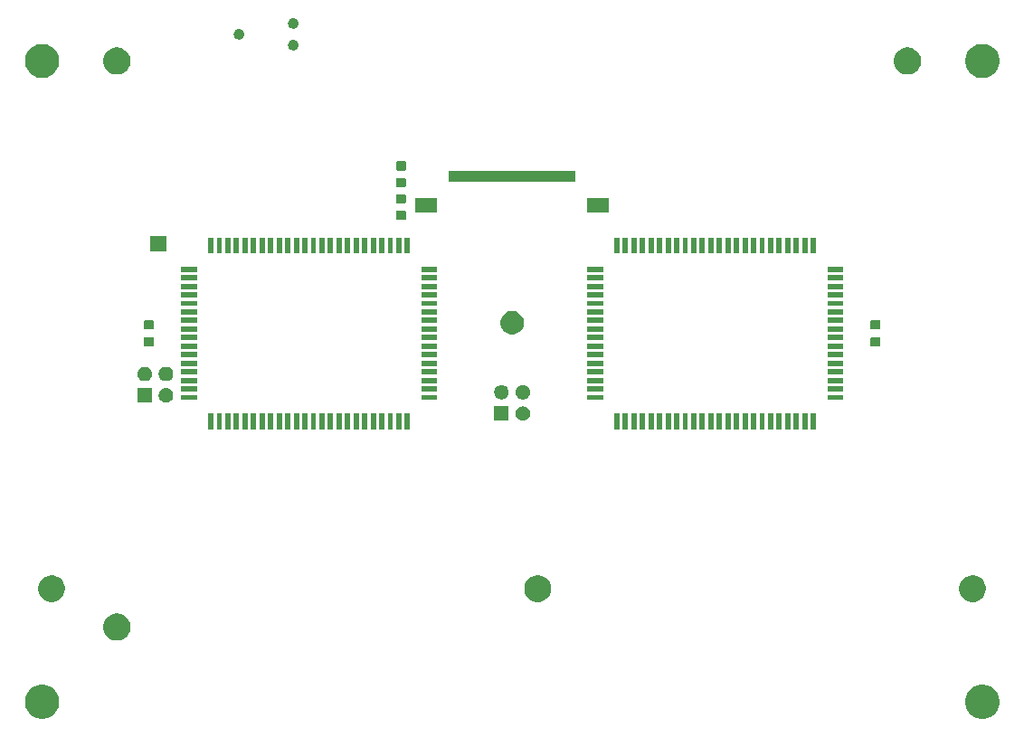
<source format=gbr>
G04 #@! TF.GenerationSoftware,KiCad,Pcbnew,5.1.5+dfsg1-2build2*
G04 #@! TF.CreationDate,2022-02-17T14:46:20+01:00*
G04 #@! TF.ProjectId,ModulAdapter_universal,4d6f6475-6c41-4646-9170-7465725f756e,rev?*
G04 #@! TF.SameCoordinates,Original*
G04 #@! TF.FileFunction,Soldermask,Bot*
G04 #@! TF.FilePolarity,Negative*
%FSLAX46Y46*%
G04 Gerber Fmt 4.6, Leading zero omitted, Abs format (unit mm)*
G04 Created by KiCad (PCBNEW 5.1.5+dfsg1-2build2) date 2022-02-17 14:46:20*
%MOMM*%
%LPD*%
G04 APERTURE LIST*
%ADD10C,0.100000*%
G04 APERTURE END LIST*
D10*
G36*
X144466703Y-132461486D02*
G01*
X144757883Y-132582097D01*
X145019940Y-132757198D01*
X145242802Y-132980060D01*
X145417903Y-133242117D01*
X145538514Y-133533297D01*
X145600000Y-133842412D01*
X145600000Y-134157588D01*
X145538514Y-134466703D01*
X145417903Y-134757883D01*
X145242802Y-135019940D01*
X145019940Y-135242802D01*
X144757883Y-135417903D01*
X144466703Y-135538514D01*
X144157588Y-135600000D01*
X143842412Y-135600000D01*
X143533297Y-135538514D01*
X143242117Y-135417903D01*
X142980060Y-135242802D01*
X142757198Y-135019940D01*
X142582097Y-134757883D01*
X142461486Y-134466703D01*
X142400000Y-134157588D01*
X142400000Y-133842412D01*
X142461486Y-133533297D01*
X142582097Y-133242117D01*
X142757198Y-132980060D01*
X142980060Y-132757198D01*
X143242117Y-132582097D01*
X143533297Y-132461486D01*
X143842412Y-132400000D01*
X144157588Y-132400000D01*
X144466703Y-132461486D01*
G37*
G36*
X56466703Y-132461486D02*
G01*
X56757883Y-132582097D01*
X57019940Y-132757198D01*
X57242802Y-132980060D01*
X57417903Y-133242117D01*
X57538514Y-133533297D01*
X57600000Y-133842412D01*
X57600000Y-134157588D01*
X57538514Y-134466703D01*
X57417903Y-134757883D01*
X57242802Y-135019940D01*
X57019940Y-135242802D01*
X56757883Y-135417903D01*
X56466703Y-135538514D01*
X56157588Y-135600000D01*
X55842412Y-135600000D01*
X55533297Y-135538514D01*
X55242117Y-135417903D01*
X54980060Y-135242802D01*
X54757198Y-135019940D01*
X54582097Y-134757883D01*
X54461486Y-134466703D01*
X54400000Y-134157588D01*
X54400000Y-133842412D01*
X54461486Y-133533297D01*
X54582097Y-133242117D01*
X54757198Y-132980060D01*
X54980060Y-132757198D01*
X55242117Y-132582097D01*
X55533297Y-132461486D01*
X55842412Y-132400000D01*
X56157588Y-132400000D01*
X56466703Y-132461486D01*
G37*
G36*
X63247764Y-125754402D02*
G01*
X63370445Y-125778805D01*
X63601571Y-125874541D01*
X63809578Y-126013527D01*
X63986473Y-126190422D01*
X64125459Y-126398429D01*
X64221195Y-126629555D01*
X64270000Y-126874916D01*
X64270000Y-127125084D01*
X64221195Y-127370445D01*
X64125459Y-127601571D01*
X63986473Y-127809578D01*
X63809578Y-127986473D01*
X63601571Y-128125459D01*
X63370445Y-128221195D01*
X63247764Y-128245598D01*
X63125085Y-128270000D01*
X62874915Y-128270000D01*
X62752236Y-128245598D01*
X62629555Y-128221195D01*
X62398429Y-128125459D01*
X62190422Y-127986473D01*
X62013527Y-127809578D01*
X61874541Y-127601571D01*
X61778805Y-127370445D01*
X61730000Y-127125084D01*
X61730000Y-126874916D01*
X61778805Y-126629555D01*
X61874541Y-126398429D01*
X62013527Y-126190422D01*
X62190422Y-126013527D01*
X62398429Y-125874541D01*
X62629555Y-125778805D01*
X62752236Y-125754402D01*
X62874915Y-125730000D01*
X63125085Y-125730000D01*
X63247764Y-125754402D01*
G37*
G36*
X57264610Y-122198036D02*
G01*
X57492095Y-122292264D01*
X57492097Y-122292265D01*
X57696828Y-122429062D01*
X57870938Y-122603172D01*
X58007736Y-122807905D01*
X58101964Y-123035390D01*
X58150000Y-123276884D01*
X58150000Y-123523116D01*
X58101964Y-123764610D01*
X58007736Y-123992095D01*
X58007735Y-123992097D01*
X57870938Y-124196828D01*
X57696828Y-124370938D01*
X57492097Y-124507735D01*
X57492096Y-124507736D01*
X57492095Y-124507736D01*
X57264610Y-124601964D01*
X57023116Y-124650000D01*
X56776884Y-124650000D01*
X56535390Y-124601964D01*
X56307905Y-124507736D01*
X56307904Y-124507736D01*
X56307903Y-124507735D01*
X56103172Y-124370938D01*
X55929062Y-124196828D01*
X55792265Y-123992097D01*
X55792264Y-123992095D01*
X55698036Y-123764610D01*
X55650000Y-123523116D01*
X55650000Y-123276884D01*
X55698036Y-123035390D01*
X55792264Y-122807905D01*
X55929062Y-122603172D01*
X56103172Y-122429062D01*
X56307903Y-122292265D01*
X56307905Y-122292264D01*
X56535390Y-122198036D01*
X56776884Y-122150000D01*
X57023116Y-122150000D01*
X57264610Y-122198036D01*
G37*
G36*
X102764610Y-122198036D02*
G01*
X102992095Y-122292264D01*
X102992097Y-122292265D01*
X103196828Y-122429062D01*
X103370938Y-122603172D01*
X103507736Y-122807905D01*
X103601964Y-123035390D01*
X103650000Y-123276884D01*
X103650000Y-123523116D01*
X103601964Y-123764610D01*
X103507736Y-123992095D01*
X103507735Y-123992097D01*
X103370938Y-124196828D01*
X103196828Y-124370938D01*
X102992097Y-124507735D01*
X102992096Y-124507736D01*
X102992095Y-124507736D01*
X102764610Y-124601964D01*
X102523116Y-124650000D01*
X102276884Y-124650000D01*
X102035390Y-124601964D01*
X101807905Y-124507736D01*
X101807904Y-124507736D01*
X101807903Y-124507735D01*
X101603172Y-124370938D01*
X101429062Y-124196828D01*
X101292265Y-123992097D01*
X101292264Y-123992095D01*
X101198036Y-123764610D01*
X101150000Y-123523116D01*
X101150000Y-123276884D01*
X101198036Y-123035390D01*
X101292264Y-122807905D01*
X101429062Y-122603172D01*
X101603172Y-122429062D01*
X101807903Y-122292265D01*
X101807905Y-122292264D01*
X102035390Y-122198036D01*
X102276884Y-122150000D01*
X102523116Y-122150000D01*
X102764610Y-122198036D01*
G37*
G36*
X143464610Y-122198036D02*
G01*
X143692095Y-122292264D01*
X143692097Y-122292265D01*
X143896828Y-122429062D01*
X144070938Y-122603172D01*
X144207736Y-122807905D01*
X144301964Y-123035390D01*
X144350000Y-123276884D01*
X144350000Y-123523116D01*
X144301964Y-123764610D01*
X144207736Y-123992095D01*
X144207735Y-123992097D01*
X144070938Y-124196828D01*
X143896828Y-124370938D01*
X143692097Y-124507735D01*
X143692096Y-124507736D01*
X143692095Y-124507736D01*
X143464610Y-124601964D01*
X143223116Y-124650000D01*
X142976884Y-124650000D01*
X142735390Y-124601964D01*
X142507905Y-124507736D01*
X142507904Y-124507736D01*
X142507903Y-124507735D01*
X142303172Y-124370938D01*
X142129062Y-124196828D01*
X141992265Y-123992097D01*
X141992264Y-123992095D01*
X141898036Y-123764610D01*
X141850000Y-123523116D01*
X141850000Y-123276884D01*
X141898036Y-123035390D01*
X141992264Y-122807905D01*
X142129062Y-122603172D01*
X142303172Y-122429062D01*
X142507903Y-122292265D01*
X142507905Y-122292264D01*
X142735390Y-122198036D01*
X142976884Y-122150000D01*
X143223116Y-122150000D01*
X143464610Y-122198036D01*
G37*
G36*
X113250000Y-108480000D02*
G01*
X112750000Y-108480000D01*
X112750000Y-107000000D01*
X113250000Y-107000000D01*
X113250000Y-108480000D01*
G37*
G36*
X86450000Y-108480000D02*
G01*
X85950000Y-108480000D01*
X85950000Y-107000000D01*
X86450000Y-107000000D01*
X86450000Y-108480000D01*
G37*
G36*
X112450000Y-108480000D02*
G01*
X111950000Y-108480000D01*
X111950000Y-107000000D01*
X112450000Y-107000000D01*
X112450000Y-108480000D01*
G37*
G36*
X111650000Y-108480000D02*
G01*
X111150000Y-108480000D01*
X111150000Y-107000000D01*
X111650000Y-107000000D01*
X111650000Y-108480000D01*
G37*
G36*
X110850000Y-108480000D02*
G01*
X110350000Y-108480000D01*
X110350000Y-107000000D01*
X110850000Y-107000000D01*
X110850000Y-108480000D01*
G37*
G36*
X110050000Y-108480000D02*
G01*
X109550000Y-108480000D01*
X109550000Y-107000000D01*
X110050000Y-107000000D01*
X110050000Y-108480000D01*
G37*
G36*
X90450000Y-108480000D02*
G01*
X89950000Y-108480000D01*
X89950000Y-107000000D01*
X90450000Y-107000000D01*
X90450000Y-108480000D01*
G37*
G36*
X89650000Y-108480000D02*
G01*
X89150000Y-108480000D01*
X89150000Y-107000000D01*
X89650000Y-107000000D01*
X89650000Y-108480000D01*
G37*
G36*
X88850000Y-108480000D02*
G01*
X88350000Y-108480000D01*
X88350000Y-107000000D01*
X88850000Y-107000000D01*
X88850000Y-108480000D01*
G37*
G36*
X88050000Y-108480000D02*
G01*
X87550000Y-108480000D01*
X87550000Y-107000000D01*
X88050000Y-107000000D01*
X88050000Y-108480000D01*
G37*
G36*
X87250000Y-108480000D02*
G01*
X86750000Y-108480000D01*
X86750000Y-107000000D01*
X87250000Y-107000000D01*
X87250000Y-108480000D01*
G37*
G36*
X120450000Y-108480000D02*
G01*
X119950000Y-108480000D01*
X119950000Y-107000000D01*
X120450000Y-107000000D01*
X120450000Y-108480000D01*
G37*
G36*
X124450000Y-108480000D02*
G01*
X123950000Y-108480000D01*
X123950000Y-107000000D01*
X124450000Y-107000000D01*
X124450000Y-108480000D01*
G37*
G36*
X114850000Y-108480000D02*
G01*
X114350000Y-108480000D01*
X114350000Y-107000000D01*
X114850000Y-107000000D01*
X114850000Y-108480000D01*
G37*
G36*
X115650000Y-108480000D02*
G01*
X115150000Y-108480000D01*
X115150000Y-107000000D01*
X115650000Y-107000000D01*
X115650000Y-108480000D01*
G37*
G36*
X116450000Y-108480000D02*
G01*
X115950000Y-108480000D01*
X115950000Y-107000000D01*
X116450000Y-107000000D01*
X116450000Y-108480000D01*
G37*
G36*
X117250000Y-108480000D02*
G01*
X116750000Y-108480000D01*
X116750000Y-107000000D01*
X117250000Y-107000000D01*
X117250000Y-108480000D01*
G37*
G36*
X118050000Y-108480000D02*
G01*
X117550000Y-108480000D01*
X117550000Y-107000000D01*
X118050000Y-107000000D01*
X118050000Y-108480000D01*
G37*
G36*
X118850000Y-108480000D02*
G01*
X118350000Y-108480000D01*
X118350000Y-107000000D01*
X118850000Y-107000000D01*
X118850000Y-108480000D01*
G37*
G36*
X119650000Y-108480000D02*
G01*
X119150000Y-108480000D01*
X119150000Y-107000000D01*
X119650000Y-107000000D01*
X119650000Y-108480000D01*
G37*
G36*
X121250000Y-108480000D02*
G01*
X120750000Y-108480000D01*
X120750000Y-107000000D01*
X121250000Y-107000000D01*
X121250000Y-108480000D01*
G37*
G36*
X122050000Y-108480000D02*
G01*
X121550000Y-108480000D01*
X121550000Y-107000000D01*
X122050000Y-107000000D01*
X122050000Y-108480000D01*
G37*
G36*
X122850000Y-108480000D02*
G01*
X122350000Y-108480000D01*
X122350000Y-107000000D01*
X122850000Y-107000000D01*
X122850000Y-108480000D01*
G37*
G36*
X123650000Y-108480000D02*
G01*
X123150000Y-108480000D01*
X123150000Y-107000000D01*
X123650000Y-107000000D01*
X123650000Y-108480000D01*
G37*
G36*
X84850000Y-108480000D02*
G01*
X84350000Y-108480000D01*
X84350000Y-107000000D01*
X84850000Y-107000000D01*
X84850000Y-108480000D01*
G37*
G36*
X85650000Y-108480000D02*
G01*
X85150000Y-108480000D01*
X85150000Y-107000000D01*
X85650000Y-107000000D01*
X85650000Y-108480000D01*
G37*
G36*
X125250000Y-108480000D02*
G01*
X124750000Y-108480000D01*
X124750000Y-107000000D01*
X125250000Y-107000000D01*
X125250000Y-108480000D01*
G37*
G36*
X80850000Y-108480000D02*
G01*
X80350000Y-108480000D01*
X80350000Y-107000000D01*
X80850000Y-107000000D01*
X80850000Y-108480000D01*
G37*
G36*
X81650000Y-108480000D02*
G01*
X81150000Y-108480000D01*
X81150000Y-107000000D01*
X81650000Y-107000000D01*
X81650000Y-108480000D01*
G37*
G36*
X82450000Y-108480000D02*
G01*
X81950000Y-108480000D01*
X81950000Y-107000000D01*
X82450000Y-107000000D01*
X82450000Y-108480000D01*
G37*
G36*
X80050000Y-108480000D02*
G01*
X79550000Y-108480000D01*
X79550000Y-107000000D01*
X80050000Y-107000000D01*
X80050000Y-108480000D01*
G37*
G36*
X83250000Y-108480000D02*
G01*
X82750000Y-108480000D01*
X82750000Y-107000000D01*
X83250000Y-107000000D01*
X83250000Y-108480000D01*
G37*
G36*
X128450000Y-108480000D02*
G01*
X127950000Y-108480000D01*
X127950000Y-107000000D01*
X128450000Y-107000000D01*
X128450000Y-108480000D01*
G37*
G36*
X127650000Y-108480000D02*
G01*
X127150000Y-108480000D01*
X127150000Y-107000000D01*
X127650000Y-107000000D01*
X127650000Y-108480000D01*
G37*
G36*
X126850000Y-108480000D02*
G01*
X126350000Y-108480000D01*
X126350000Y-107000000D01*
X126850000Y-107000000D01*
X126850000Y-108480000D01*
G37*
G36*
X126050000Y-108480000D02*
G01*
X125550000Y-108480000D01*
X125550000Y-107000000D01*
X126050000Y-107000000D01*
X126050000Y-108480000D01*
G37*
G36*
X84050000Y-108480000D02*
G01*
X83550000Y-108480000D01*
X83550000Y-107000000D01*
X84050000Y-107000000D01*
X84050000Y-108480000D01*
G37*
G36*
X78450000Y-108480000D02*
G01*
X77950000Y-108480000D01*
X77950000Y-107000000D01*
X78450000Y-107000000D01*
X78450000Y-108480000D01*
G37*
G36*
X77650000Y-108480000D02*
G01*
X77150000Y-108480000D01*
X77150000Y-107000000D01*
X77650000Y-107000000D01*
X77650000Y-108480000D01*
G37*
G36*
X76850000Y-108480000D02*
G01*
X76350000Y-108480000D01*
X76350000Y-107000000D01*
X76850000Y-107000000D01*
X76850000Y-108480000D01*
G37*
G36*
X76050000Y-108480000D02*
G01*
X75550000Y-108480000D01*
X75550000Y-107000000D01*
X76050000Y-107000000D01*
X76050000Y-108480000D01*
G37*
G36*
X75250000Y-108480000D02*
G01*
X74750000Y-108480000D01*
X74750000Y-107000000D01*
X75250000Y-107000000D01*
X75250000Y-108480000D01*
G37*
G36*
X74450000Y-108480000D02*
G01*
X73950000Y-108480000D01*
X73950000Y-107000000D01*
X74450000Y-107000000D01*
X74450000Y-108480000D01*
G37*
G36*
X73650000Y-108480000D02*
G01*
X73150000Y-108480000D01*
X73150000Y-107000000D01*
X73650000Y-107000000D01*
X73650000Y-108480000D01*
G37*
G36*
X72850000Y-108480000D02*
G01*
X72350000Y-108480000D01*
X72350000Y-107000000D01*
X72850000Y-107000000D01*
X72850000Y-108480000D01*
G37*
G36*
X72050000Y-108480000D02*
G01*
X71550000Y-108480000D01*
X71550000Y-107000000D01*
X72050000Y-107000000D01*
X72050000Y-108480000D01*
G37*
G36*
X114050000Y-108480000D02*
G01*
X113550000Y-108480000D01*
X113550000Y-107000000D01*
X114050000Y-107000000D01*
X114050000Y-108480000D01*
G37*
G36*
X79250000Y-108480000D02*
G01*
X78750000Y-108480000D01*
X78750000Y-107000000D01*
X79250000Y-107000000D01*
X79250000Y-108480000D01*
G37*
G36*
X101196889Y-106350939D02*
G01*
X101319731Y-106401822D01*
X101430287Y-106475693D01*
X101524307Y-106569713D01*
X101598178Y-106680269D01*
X101649061Y-106803111D01*
X101675000Y-106933517D01*
X101675000Y-107066483D01*
X101649061Y-107196889D01*
X101598178Y-107319731D01*
X101524307Y-107430287D01*
X101430287Y-107524307D01*
X101319731Y-107598178D01*
X101196889Y-107649061D01*
X101066483Y-107675000D01*
X100933517Y-107675000D01*
X100803111Y-107649061D01*
X100680269Y-107598178D01*
X100569713Y-107524307D01*
X100475693Y-107430287D01*
X100401822Y-107319731D01*
X100350939Y-107196889D01*
X100325000Y-107066483D01*
X100325000Y-106933517D01*
X100350939Y-106803111D01*
X100401822Y-106680269D01*
X100475693Y-106569713D01*
X100569713Y-106475693D01*
X100680269Y-106401822D01*
X100803111Y-106350939D01*
X100933517Y-106325000D01*
X101066483Y-106325000D01*
X101196889Y-106350939D01*
G37*
G36*
X99675000Y-107675000D02*
G01*
X98325000Y-107675000D01*
X98325000Y-106325000D01*
X99675000Y-106325000D01*
X99675000Y-107675000D01*
G37*
G36*
X67796889Y-104650939D02*
G01*
X67919731Y-104701822D01*
X68030287Y-104775693D01*
X68124307Y-104869713D01*
X68198178Y-104980269D01*
X68249061Y-105103111D01*
X68275000Y-105233517D01*
X68275000Y-105366483D01*
X68249061Y-105496889D01*
X68198178Y-105619731D01*
X68124307Y-105730287D01*
X68030287Y-105824307D01*
X67919731Y-105898178D01*
X67796889Y-105949061D01*
X67666483Y-105975000D01*
X67533517Y-105975000D01*
X67403111Y-105949061D01*
X67280269Y-105898178D01*
X67169713Y-105824307D01*
X67075693Y-105730287D01*
X67001822Y-105619731D01*
X66950939Y-105496889D01*
X66925000Y-105366483D01*
X66925000Y-105233517D01*
X66950939Y-105103111D01*
X67001822Y-104980269D01*
X67075693Y-104869713D01*
X67169713Y-104775693D01*
X67280269Y-104701822D01*
X67403111Y-104650939D01*
X67533517Y-104625000D01*
X67666483Y-104625000D01*
X67796889Y-104650939D01*
G37*
G36*
X66275000Y-105975000D02*
G01*
X64925000Y-105975000D01*
X64925000Y-104625000D01*
X66275000Y-104625000D01*
X66275000Y-105975000D01*
G37*
G36*
X130980000Y-105750000D02*
G01*
X129500000Y-105750000D01*
X129500000Y-105250000D01*
X130980000Y-105250000D01*
X130980000Y-105750000D01*
G37*
G36*
X70500000Y-105750000D02*
G01*
X69020000Y-105750000D01*
X69020000Y-105250000D01*
X70500000Y-105250000D01*
X70500000Y-105750000D01*
G37*
G36*
X108500000Y-105750000D02*
G01*
X107020000Y-105750000D01*
X107020000Y-105250000D01*
X108500000Y-105250000D01*
X108500000Y-105750000D01*
G37*
G36*
X92980000Y-105750000D02*
G01*
X91500000Y-105750000D01*
X91500000Y-105250000D01*
X92980000Y-105250000D01*
X92980000Y-105750000D01*
G37*
G36*
X101196889Y-104350939D02*
G01*
X101319731Y-104401822D01*
X101430287Y-104475693D01*
X101524307Y-104569713D01*
X101598178Y-104680269D01*
X101649061Y-104803111D01*
X101675000Y-104933517D01*
X101675000Y-105066483D01*
X101649061Y-105196889D01*
X101598178Y-105319731D01*
X101524307Y-105430287D01*
X101430287Y-105524307D01*
X101319731Y-105598178D01*
X101196889Y-105649061D01*
X101066483Y-105675000D01*
X100933517Y-105675000D01*
X100803111Y-105649061D01*
X100680269Y-105598178D01*
X100569713Y-105524307D01*
X100475693Y-105430287D01*
X100401822Y-105319731D01*
X100350939Y-105196889D01*
X100325000Y-105066483D01*
X100325000Y-104933517D01*
X100350939Y-104803111D01*
X100401822Y-104680269D01*
X100475693Y-104569713D01*
X100569713Y-104475693D01*
X100680269Y-104401822D01*
X100803111Y-104350939D01*
X100933517Y-104325000D01*
X101066483Y-104325000D01*
X101196889Y-104350939D01*
G37*
G36*
X99196889Y-104350939D02*
G01*
X99319731Y-104401822D01*
X99430287Y-104475693D01*
X99524307Y-104569713D01*
X99598178Y-104680269D01*
X99649061Y-104803111D01*
X99675000Y-104933517D01*
X99675000Y-105066483D01*
X99649061Y-105196889D01*
X99598178Y-105319731D01*
X99524307Y-105430287D01*
X99430287Y-105524307D01*
X99319731Y-105598178D01*
X99196889Y-105649061D01*
X99066483Y-105675000D01*
X98933517Y-105675000D01*
X98803111Y-105649061D01*
X98680269Y-105598178D01*
X98569713Y-105524307D01*
X98475693Y-105430287D01*
X98401822Y-105319731D01*
X98350939Y-105196889D01*
X98325000Y-105066483D01*
X98325000Y-104933517D01*
X98350939Y-104803111D01*
X98401822Y-104680269D01*
X98475693Y-104569713D01*
X98569713Y-104475693D01*
X98680269Y-104401822D01*
X98803111Y-104350939D01*
X98933517Y-104325000D01*
X99066483Y-104325000D01*
X99196889Y-104350939D01*
G37*
G36*
X108500000Y-104950000D02*
G01*
X107020000Y-104950000D01*
X107020000Y-104450000D01*
X108500000Y-104450000D01*
X108500000Y-104950000D01*
G37*
G36*
X92980000Y-104950000D02*
G01*
X91500000Y-104950000D01*
X91500000Y-104450000D01*
X92980000Y-104450000D01*
X92980000Y-104950000D01*
G37*
G36*
X130980000Y-104950000D02*
G01*
X129500000Y-104950000D01*
X129500000Y-104450000D01*
X130980000Y-104450000D01*
X130980000Y-104950000D01*
G37*
G36*
X70500000Y-104950000D02*
G01*
X69020000Y-104950000D01*
X69020000Y-104450000D01*
X70500000Y-104450000D01*
X70500000Y-104950000D01*
G37*
G36*
X70500000Y-104150000D02*
G01*
X69020000Y-104150000D01*
X69020000Y-103650000D01*
X70500000Y-103650000D01*
X70500000Y-104150000D01*
G37*
G36*
X92980000Y-104150000D02*
G01*
X91500000Y-104150000D01*
X91500000Y-103650000D01*
X92980000Y-103650000D01*
X92980000Y-104150000D01*
G37*
G36*
X130980000Y-104150000D02*
G01*
X129500000Y-104150000D01*
X129500000Y-103650000D01*
X130980000Y-103650000D01*
X130980000Y-104150000D01*
G37*
G36*
X108500000Y-104150000D02*
G01*
X107020000Y-104150000D01*
X107020000Y-103650000D01*
X108500000Y-103650000D01*
X108500000Y-104150000D01*
G37*
G36*
X67796889Y-102650939D02*
G01*
X67919731Y-102701822D01*
X68030287Y-102775693D01*
X68124307Y-102869713D01*
X68198178Y-102980269D01*
X68249061Y-103103111D01*
X68275000Y-103233517D01*
X68275000Y-103366483D01*
X68249061Y-103496889D01*
X68198178Y-103619731D01*
X68124307Y-103730287D01*
X68030287Y-103824307D01*
X67919731Y-103898178D01*
X67796889Y-103949061D01*
X67666483Y-103975000D01*
X67533517Y-103975000D01*
X67403111Y-103949061D01*
X67280269Y-103898178D01*
X67169713Y-103824307D01*
X67075693Y-103730287D01*
X67001822Y-103619731D01*
X66950939Y-103496889D01*
X66925000Y-103366483D01*
X66925000Y-103233517D01*
X66950939Y-103103111D01*
X67001822Y-102980269D01*
X67075693Y-102869713D01*
X67169713Y-102775693D01*
X67280269Y-102701822D01*
X67403111Y-102650939D01*
X67533517Y-102625000D01*
X67666483Y-102625000D01*
X67796889Y-102650939D01*
G37*
G36*
X65796889Y-102650939D02*
G01*
X65919731Y-102701822D01*
X66030287Y-102775693D01*
X66124307Y-102869713D01*
X66198178Y-102980269D01*
X66249061Y-103103111D01*
X66275000Y-103233517D01*
X66275000Y-103366483D01*
X66249061Y-103496889D01*
X66198178Y-103619731D01*
X66124307Y-103730287D01*
X66030287Y-103824307D01*
X65919731Y-103898178D01*
X65796889Y-103949061D01*
X65666483Y-103975000D01*
X65533517Y-103975000D01*
X65403111Y-103949061D01*
X65280269Y-103898178D01*
X65169713Y-103824307D01*
X65075693Y-103730287D01*
X65001822Y-103619731D01*
X64950939Y-103496889D01*
X64925000Y-103366483D01*
X64925000Y-103233517D01*
X64950939Y-103103111D01*
X65001822Y-102980269D01*
X65075693Y-102869713D01*
X65169713Y-102775693D01*
X65280269Y-102701822D01*
X65403111Y-102650939D01*
X65533517Y-102625000D01*
X65666483Y-102625000D01*
X65796889Y-102650939D01*
G37*
G36*
X92980000Y-103350000D02*
G01*
X91500000Y-103350000D01*
X91500000Y-102850000D01*
X92980000Y-102850000D01*
X92980000Y-103350000D01*
G37*
G36*
X70500000Y-103350000D02*
G01*
X69020000Y-103350000D01*
X69020000Y-102850000D01*
X70500000Y-102850000D01*
X70500000Y-103350000D01*
G37*
G36*
X130980000Y-103350000D02*
G01*
X129500000Y-103350000D01*
X129500000Y-102850000D01*
X130980000Y-102850000D01*
X130980000Y-103350000D01*
G37*
G36*
X108500000Y-103350000D02*
G01*
X107020000Y-103350000D01*
X107020000Y-102850000D01*
X108500000Y-102850000D01*
X108500000Y-103350000D01*
G37*
G36*
X70500000Y-102550000D02*
G01*
X69020000Y-102550000D01*
X69020000Y-102050000D01*
X70500000Y-102050000D01*
X70500000Y-102550000D01*
G37*
G36*
X130980000Y-102550000D02*
G01*
X129500000Y-102550000D01*
X129500000Y-102050000D01*
X130980000Y-102050000D01*
X130980000Y-102550000D01*
G37*
G36*
X92980000Y-102550000D02*
G01*
X91500000Y-102550000D01*
X91500000Y-102050000D01*
X92980000Y-102050000D01*
X92980000Y-102550000D01*
G37*
G36*
X108500000Y-102550000D02*
G01*
X107020000Y-102550000D01*
X107020000Y-102050000D01*
X108500000Y-102050000D01*
X108500000Y-102550000D01*
G37*
G36*
X70500000Y-101750000D02*
G01*
X69020000Y-101750000D01*
X69020000Y-101250000D01*
X70500000Y-101250000D01*
X70500000Y-101750000D01*
G37*
G36*
X92980000Y-101750000D02*
G01*
X91500000Y-101750000D01*
X91500000Y-101250000D01*
X92980000Y-101250000D01*
X92980000Y-101750000D01*
G37*
G36*
X130980000Y-101750000D02*
G01*
X129500000Y-101750000D01*
X129500000Y-101250000D01*
X130980000Y-101250000D01*
X130980000Y-101750000D01*
G37*
G36*
X108500000Y-101750000D02*
G01*
X107020000Y-101750000D01*
X107020000Y-101250000D01*
X108500000Y-101250000D01*
X108500000Y-101750000D01*
G37*
G36*
X130980000Y-100950000D02*
G01*
X129500000Y-100950000D01*
X129500000Y-100450000D01*
X130980000Y-100450000D01*
X130980000Y-100950000D01*
G37*
G36*
X92980000Y-100950000D02*
G01*
X91500000Y-100950000D01*
X91500000Y-100450000D01*
X92980000Y-100450000D01*
X92980000Y-100950000D01*
G37*
G36*
X108500000Y-100950000D02*
G01*
X107020000Y-100950000D01*
X107020000Y-100450000D01*
X108500000Y-100450000D01*
X108500000Y-100950000D01*
G37*
G36*
X70500000Y-100950000D02*
G01*
X69020000Y-100950000D01*
X69020000Y-100450000D01*
X70500000Y-100450000D01*
X70500000Y-100950000D01*
G37*
G36*
X66349116Y-99853595D02*
G01*
X66378311Y-99862452D01*
X66405223Y-99876837D01*
X66428808Y-99896192D01*
X66448163Y-99919777D01*
X66462548Y-99946689D01*
X66471405Y-99975884D01*
X66475000Y-100012390D01*
X66475000Y-100562610D01*
X66471405Y-100599116D01*
X66462548Y-100628311D01*
X66448163Y-100655223D01*
X66428808Y-100678808D01*
X66405223Y-100698163D01*
X66378311Y-100712548D01*
X66349116Y-100721405D01*
X66312610Y-100725000D01*
X65687390Y-100725000D01*
X65650884Y-100721405D01*
X65621689Y-100712548D01*
X65594777Y-100698163D01*
X65571192Y-100678808D01*
X65551837Y-100655223D01*
X65537452Y-100628311D01*
X65528595Y-100599116D01*
X65525000Y-100562610D01*
X65525000Y-100012390D01*
X65528595Y-99975884D01*
X65537452Y-99946689D01*
X65551837Y-99919777D01*
X65571192Y-99896192D01*
X65594777Y-99876837D01*
X65621689Y-99862452D01*
X65650884Y-99853595D01*
X65687390Y-99850000D01*
X66312610Y-99850000D01*
X66349116Y-99853595D01*
G37*
G36*
X134349116Y-99853595D02*
G01*
X134378311Y-99862452D01*
X134405223Y-99876837D01*
X134428808Y-99896192D01*
X134448163Y-99919777D01*
X134462548Y-99946689D01*
X134471405Y-99975884D01*
X134475000Y-100012390D01*
X134475000Y-100562610D01*
X134471405Y-100599116D01*
X134462548Y-100628311D01*
X134448163Y-100655223D01*
X134428808Y-100678808D01*
X134405223Y-100698163D01*
X134378311Y-100712548D01*
X134349116Y-100721405D01*
X134312610Y-100725000D01*
X133687390Y-100725000D01*
X133650884Y-100721405D01*
X133621689Y-100712548D01*
X133594777Y-100698163D01*
X133571192Y-100678808D01*
X133551837Y-100655223D01*
X133537452Y-100628311D01*
X133528595Y-100599116D01*
X133525000Y-100562610D01*
X133525000Y-100012390D01*
X133528595Y-99975884D01*
X133537452Y-99946689D01*
X133551837Y-99919777D01*
X133571192Y-99896192D01*
X133594777Y-99876837D01*
X133621689Y-99862452D01*
X133650884Y-99853595D01*
X133687390Y-99850000D01*
X134312610Y-99850000D01*
X134349116Y-99853595D01*
G37*
G36*
X130980000Y-100150000D02*
G01*
X129500000Y-100150000D01*
X129500000Y-99650000D01*
X130980000Y-99650000D01*
X130980000Y-100150000D01*
G37*
G36*
X92980000Y-100150000D02*
G01*
X91500000Y-100150000D01*
X91500000Y-99650000D01*
X92980000Y-99650000D01*
X92980000Y-100150000D01*
G37*
G36*
X70500000Y-100150000D02*
G01*
X69020000Y-100150000D01*
X69020000Y-99650000D01*
X70500000Y-99650000D01*
X70500000Y-100150000D01*
G37*
G36*
X108500000Y-100150000D02*
G01*
X107020000Y-100150000D01*
X107020000Y-99650000D01*
X108500000Y-99650000D01*
X108500000Y-100150000D01*
G37*
G36*
X100320857Y-97442272D02*
G01*
X100521043Y-97525192D01*
X100521045Y-97525193D01*
X100611738Y-97585792D01*
X100701208Y-97645574D01*
X100854426Y-97798792D01*
X100974808Y-97978957D01*
X101057728Y-98179143D01*
X101100000Y-98391658D01*
X101100000Y-98608342D01*
X101057728Y-98820857D01*
X100988656Y-98987610D01*
X100974807Y-99021045D01*
X100854425Y-99201209D01*
X100701209Y-99354425D01*
X100521045Y-99474807D01*
X100521044Y-99474808D01*
X100521043Y-99474808D01*
X100320857Y-99557728D01*
X100108342Y-99600000D01*
X99891658Y-99600000D01*
X99679143Y-99557728D01*
X99478957Y-99474808D01*
X99478956Y-99474808D01*
X99478955Y-99474807D01*
X99298791Y-99354425D01*
X99145575Y-99201209D01*
X99025193Y-99021045D01*
X99011344Y-98987610D01*
X98942272Y-98820857D01*
X98900000Y-98608342D01*
X98900000Y-98391658D01*
X98942272Y-98179143D01*
X99025192Y-97978957D01*
X99145574Y-97798792D01*
X99298792Y-97645574D01*
X99388262Y-97585792D01*
X99478955Y-97525193D01*
X99478957Y-97525192D01*
X99679143Y-97442272D01*
X99891658Y-97400000D01*
X100108342Y-97400000D01*
X100320857Y-97442272D01*
G37*
G36*
X70500000Y-99350000D02*
G01*
X69020000Y-99350000D01*
X69020000Y-98850000D01*
X70500000Y-98850000D01*
X70500000Y-99350000D01*
G37*
G36*
X130980000Y-99350000D02*
G01*
X129500000Y-99350000D01*
X129500000Y-98850000D01*
X130980000Y-98850000D01*
X130980000Y-99350000D01*
G37*
G36*
X92980000Y-99350000D02*
G01*
X91500000Y-99350000D01*
X91500000Y-98850000D01*
X92980000Y-98850000D01*
X92980000Y-99350000D01*
G37*
G36*
X108500000Y-99350000D02*
G01*
X107020000Y-99350000D01*
X107020000Y-98850000D01*
X108500000Y-98850000D01*
X108500000Y-99350000D01*
G37*
G36*
X66349116Y-98278595D02*
G01*
X66378311Y-98287452D01*
X66405223Y-98301837D01*
X66428808Y-98321192D01*
X66448163Y-98344777D01*
X66462548Y-98371689D01*
X66471405Y-98400884D01*
X66475000Y-98437390D01*
X66475000Y-98987610D01*
X66471405Y-99024116D01*
X66462548Y-99053311D01*
X66448163Y-99080223D01*
X66428808Y-99103808D01*
X66405223Y-99123163D01*
X66378311Y-99137548D01*
X66349116Y-99146405D01*
X66312610Y-99150000D01*
X65687390Y-99150000D01*
X65650884Y-99146405D01*
X65621689Y-99137548D01*
X65594777Y-99123163D01*
X65571192Y-99103808D01*
X65551837Y-99080223D01*
X65537452Y-99053311D01*
X65528595Y-99024116D01*
X65525000Y-98987610D01*
X65525000Y-98437390D01*
X65528595Y-98400884D01*
X65537452Y-98371689D01*
X65551837Y-98344777D01*
X65571192Y-98321192D01*
X65594777Y-98301837D01*
X65621689Y-98287452D01*
X65650884Y-98278595D01*
X65687390Y-98275000D01*
X66312610Y-98275000D01*
X66349116Y-98278595D01*
G37*
G36*
X134349116Y-98278595D02*
G01*
X134378311Y-98287452D01*
X134405223Y-98301837D01*
X134428808Y-98321192D01*
X134448163Y-98344777D01*
X134462548Y-98371689D01*
X134471405Y-98400884D01*
X134475000Y-98437390D01*
X134475000Y-98987610D01*
X134471405Y-99024116D01*
X134462548Y-99053311D01*
X134448163Y-99080223D01*
X134428808Y-99103808D01*
X134405223Y-99123163D01*
X134378311Y-99137548D01*
X134349116Y-99146405D01*
X134312610Y-99150000D01*
X133687390Y-99150000D01*
X133650884Y-99146405D01*
X133621689Y-99137548D01*
X133594777Y-99123163D01*
X133571192Y-99103808D01*
X133551837Y-99080223D01*
X133537452Y-99053311D01*
X133528595Y-99024116D01*
X133525000Y-98987610D01*
X133525000Y-98437390D01*
X133528595Y-98400884D01*
X133537452Y-98371689D01*
X133551837Y-98344777D01*
X133571192Y-98321192D01*
X133594777Y-98301837D01*
X133621689Y-98287452D01*
X133650884Y-98278595D01*
X133687390Y-98275000D01*
X134312610Y-98275000D01*
X134349116Y-98278595D01*
G37*
G36*
X108500000Y-98550000D02*
G01*
X107020000Y-98550000D01*
X107020000Y-98050000D01*
X108500000Y-98050000D01*
X108500000Y-98550000D01*
G37*
G36*
X130980000Y-98550000D02*
G01*
X129500000Y-98550000D01*
X129500000Y-98050000D01*
X130980000Y-98050000D01*
X130980000Y-98550000D01*
G37*
G36*
X70500000Y-98550000D02*
G01*
X69020000Y-98550000D01*
X69020000Y-98050000D01*
X70500000Y-98050000D01*
X70500000Y-98550000D01*
G37*
G36*
X92980000Y-98550000D02*
G01*
X91500000Y-98550000D01*
X91500000Y-98050000D01*
X92980000Y-98050000D01*
X92980000Y-98550000D01*
G37*
G36*
X70500000Y-97750000D02*
G01*
X69020000Y-97750000D01*
X69020000Y-97250000D01*
X70500000Y-97250000D01*
X70500000Y-97750000D01*
G37*
G36*
X92980000Y-97750000D02*
G01*
X91500000Y-97750000D01*
X91500000Y-97250000D01*
X92980000Y-97250000D01*
X92980000Y-97750000D01*
G37*
G36*
X130980000Y-97750000D02*
G01*
X129500000Y-97750000D01*
X129500000Y-97250000D01*
X130980000Y-97250000D01*
X130980000Y-97750000D01*
G37*
G36*
X108500000Y-97750000D02*
G01*
X107020000Y-97750000D01*
X107020000Y-97250000D01*
X108500000Y-97250000D01*
X108500000Y-97750000D01*
G37*
G36*
X70500000Y-96950000D02*
G01*
X69020000Y-96950000D01*
X69020000Y-96450000D01*
X70500000Y-96450000D01*
X70500000Y-96950000D01*
G37*
G36*
X92980000Y-96950000D02*
G01*
X91500000Y-96950000D01*
X91500000Y-96450000D01*
X92980000Y-96450000D01*
X92980000Y-96950000D01*
G37*
G36*
X130980000Y-96950000D02*
G01*
X129500000Y-96950000D01*
X129500000Y-96450000D01*
X130980000Y-96450000D01*
X130980000Y-96950000D01*
G37*
G36*
X108500000Y-96950000D02*
G01*
X107020000Y-96950000D01*
X107020000Y-96450000D01*
X108500000Y-96450000D01*
X108500000Y-96950000D01*
G37*
G36*
X70500000Y-96150000D02*
G01*
X69020000Y-96150000D01*
X69020000Y-95650000D01*
X70500000Y-95650000D01*
X70500000Y-96150000D01*
G37*
G36*
X130980000Y-96150000D02*
G01*
X129500000Y-96150000D01*
X129500000Y-95650000D01*
X130980000Y-95650000D01*
X130980000Y-96150000D01*
G37*
G36*
X108500000Y-96150000D02*
G01*
X107020000Y-96150000D01*
X107020000Y-95650000D01*
X108500000Y-95650000D01*
X108500000Y-96150000D01*
G37*
G36*
X92980000Y-96150000D02*
G01*
X91500000Y-96150000D01*
X91500000Y-95650000D01*
X92980000Y-95650000D01*
X92980000Y-96150000D01*
G37*
G36*
X130980000Y-95350000D02*
G01*
X129500000Y-95350000D01*
X129500000Y-94850000D01*
X130980000Y-94850000D01*
X130980000Y-95350000D01*
G37*
G36*
X70500000Y-95350000D02*
G01*
X69020000Y-95350000D01*
X69020000Y-94850000D01*
X70500000Y-94850000D01*
X70500000Y-95350000D01*
G37*
G36*
X108500000Y-95350000D02*
G01*
X107020000Y-95350000D01*
X107020000Y-94850000D01*
X108500000Y-94850000D01*
X108500000Y-95350000D01*
G37*
G36*
X92980000Y-95350000D02*
G01*
X91500000Y-95350000D01*
X91500000Y-94850000D01*
X92980000Y-94850000D01*
X92980000Y-95350000D01*
G37*
G36*
X92980000Y-94550000D02*
G01*
X91500000Y-94550000D01*
X91500000Y-94050000D01*
X92980000Y-94050000D01*
X92980000Y-94550000D01*
G37*
G36*
X130980000Y-94550000D02*
G01*
X129500000Y-94550000D01*
X129500000Y-94050000D01*
X130980000Y-94050000D01*
X130980000Y-94550000D01*
G37*
G36*
X70500000Y-94550000D02*
G01*
X69020000Y-94550000D01*
X69020000Y-94050000D01*
X70500000Y-94050000D01*
X70500000Y-94550000D01*
G37*
G36*
X108500000Y-94550000D02*
G01*
X107020000Y-94550000D01*
X107020000Y-94050000D01*
X108500000Y-94050000D01*
X108500000Y-94550000D01*
G37*
G36*
X130980000Y-93750000D02*
G01*
X129500000Y-93750000D01*
X129500000Y-93250000D01*
X130980000Y-93250000D01*
X130980000Y-93750000D01*
G37*
G36*
X92980000Y-93750000D02*
G01*
X91500000Y-93750000D01*
X91500000Y-93250000D01*
X92980000Y-93250000D01*
X92980000Y-93750000D01*
G37*
G36*
X70500000Y-93750000D02*
G01*
X69020000Y-93750000D01*
X69020000Y-93250000D01*
X70500000Y-93250000D01*
X70500000Y-93750000D01*
G37*
G36*
X108500000Y-93750000D02*
G01*
X107020000Y-93750000D01*
X107020000Y-93250000D01*
X108500000Y-93250000D01*
X108500000Y-93750000D01*
G37*
G36*
X111650000Y-92000000D02*
G01*
X111150000Y-92000000D01*
X111150000Y-90520000D01*
X111650000Y-90520000D01*
X111650000Y-92000000D01*
G37*
G36*
X110850000Y-92000000D02*
G01*
X110350000Y-92000000D01*
X110350000Y-90520000D01*
X110850000Y-90520000D01*
X110850000Y-92000000D01*
G37*
G36*
X110050000Y-92000000D02*
G01*
X109550000Y-92000000D01*
X109550000Y-90520000D01*
X110050000Y-90520000D01*
X110050000Y-92000000D01*
G37*
G36*
X112450000Y-92000000D02*
G01*
X111950000Y-92000000D01*
X111950000Y-90520000D01*
X112450000Y-90520000D01*
X112450000Y-92000000D01*
G37*
G36*
X120450000Y-92000000D02*
G01*
X119950000Y-92000000D01*
X119950000Y-90520000D01*
X120450000Y-90520000D01*
X120450000Y-92000000D01*
G37*
G36*
X128450000Y-92000000D02*
G01*
X127950000Y-92000000D01*
X127950000Y-90520000D01*
X128450000Y-90520000D01*
X128450000Y-92000000D01*
G37*
G36*
X127650000Y-92000000D02*
G01*
X127150000Y-92000000D01*
X127150000Y-90520000D01*
X127650000Y-90520000D01*
X127650000Y-92000000D01*
G37*
G36*
X126850000Y-92000000D02*
G01*
X126350000Y-92000000D01*
X126350000Y-90520000D01*
X126850000Y-90520000D01*
X126850000Y-92000000D01*
G37*
G36*
X80050000Y-92000000D02*
G01*
X79550000Y-92000000D01*
X79550000Y-90520000D01*
X80050000Y-90520000D01*
X80050000Y-92000000D01*
G37*
G36*
X126050000Y-92000000D02*
G01*
X125550000Y-92000000D01*
X125550000Y-90520000D01*
X126050000Y-90520000D01*
X126050000Y-92000000D01*
G37*
G36*
X125250000Y-92000000D02*
G01*
X124750000Y-92000000D01*
X124750000Y-90520000D01*
X125250000Y-90520000D01*
X125250000Y-92000000D01*
G37*
G36*
X124450000Y-92000000D02*
G01*
X123950000Y-92000000D01*
X123950000Y-90520000D01*
X124450000Y-90520000D01*
X124450000Y-92000000D01*
G37*
G36*
X123650000Y-92000000D02*
G01*
X123150000Y-92000000D01*
X123150000Y-90520000D01*
X123650000Y-90520000D01*
X123650000Y-92000000D01*
G37*
G36*
X122850000Y-92000000D02*
G01*
X122350000Y-92000000D01*
X122350000Y-90520000D01*
X122850000Y-90520000D01*
X122850000Y-92000000D01*
G37*
G36*
X122050000Y-92000000D02*
G01*
X121550000Y-92000000D01*
X121550000Y-90520000D01*
X122050000Y-90520000D01*
X122050000Y-92000000D01*
G37*
G36*
X121250000Y-92000000D02*
G01*
X120750000Y-92000000D01*
X120750000Y-90520000D01*
X121250000Y-90520000D01*
X121250000Y-92000000D01*
G37*
G36*
X119650000Y-92000000D02*
G01*
X119150000Y-92000000D01*
X119150000Y-90520000D01*
X119650000Y-90520000D01*
X119650000Y-92000000D01*
G37*
G36*
X118850000Y-92000000D02*
G01*
X118350000Y-92000000D01*
X118350000Y-90520000D01*
X118850000Y-90520000D01*
X118850000Y-92000000D01*
G37*
G36*
X118050000Y-92000000D02*
G01*
X117550000Y-92000000D01*
X117550000Y-90520000D01*
X118050000Y-90520000D01*
X118050000Y-92000000D01*
G37*
G36*
X117250000Y-92000000D02*
G01*
X116750000Y-92000000D01*
X116750000Y-90520000D01*
X117250000Y-90520000D01*
X117250000Y-92000000D01*
G37*
G36*
X116450000Y-92000000D02*
G01*
X115950000Y-92000000D01*
X115950000Y-90520000D01*
X116450000Y-90520000D01*
X116450000Y-92000000D01*
G37*
G36*
X114850000Y-92000000D02*
G01*
X114350000Y-92000000D01*
X114350000Y-90520000D01*
X114850000Y-90520000D01*
X114850000Y-92000000D01*
G37*
G36*
X114050000Y-92000000D02*
G01*
X113550000Y-92000000D01*
X113550000Y-90520000D01*
X114050000Y-90520000D01*
X114050000Y-92000000D01*
G37*
G36*
X113250000Y-92000000D02*
G01*
X112750000Y-92000000D01*
X112750000Y-90520000D01*
X113250000Y-90520000D01*
X113250000Y-92000000D01*
G37*
G36*
X73650000Y-92000000D02*
G01*
X73150000Y-92000000D01*
X73150000Y-90520000D01*
X73650000Y-90520000D01*
X73650000Y-92000000D01*
G37*
G36*
X115650000Y-92000000D02*
G01*
X115150000Y-92000000D01*
X115150000Y-90520000D01*
X115650000Y-90520000D01*
X115650000Y-92000000D01*
G37*
G36*
X81650000Y-92000000D02*
G01*
X81150000Y-92000000D01*
X81150000Y-90520000D01*
X81650000Y-90520000D01*
X81650000Y-92000000D01*
G37*
G36*
X90450000Y-92000000D02*
G01*
X89950000Y-92000000D01*
X89950000Y-90520000D01*
X90450000Y-90520000D01*
X90450000Y-92000000D01*
G37*
G36*
X89650000Y-92000000D02*
G01*
X89150000Y-92000000D01*
X89150000Y-90520000D01*
X89650000Y-90520000D01*
X89650000Y-92000000D01*
G37*
G36*
X88850000Y-92000000D02*
G01*
X88350000Y-92000000D01*
X88350000Y-90520000D01*
X88850000Y-90520000D01*
X88850000Y-92000000D01*
G37*
G36*
X88050000Y-92000000D02*
G01*
X87550000Y-92000000D01*
X87550000Y-90520000D01*
X88050000Y-90520000D01*
X88050000Y-92000000D01*
G37*
G36*
X87250000Y-92000000D02*
G01*
X86750000Y-92000000D01*
X86750000Y-90520000D01*
X87250000Y-90520000D01*
X87250000Y-92000000D01*
G37*
G36*
X86450000Y-92000000D02*
G01*
X85950000Y-92000000D01*
X85950000Y-90520000D01*
X86450000Y-90520000D01*
X86450000Y-92000000D01*
G37*
G36*
X85650000Y-92000000D02*
G01*
X85150000Y-92000000D01*
X85150000Y-90520000D01*
X85650000Y-90520000D01*
X85650000Y-92000000D01*
G37*
G36*
X84850000Y-92000000D02*
G01*
X84350000Y-92000000D01*
X84350000Y-90520000D01*
X84850000Y-90520000D01*
X84850000Y-92000000D01*
G37*
G36*
X84050000Y-92000000D02*
G01*
X83550000Y-92000000D01*
X83550000Y-90520000D01*
X84050000Y-90520000D01*
X84050000Y-92000000D01*
G37*
G36*
X82450000Y-92000000D02*
G01*
X81950000Y-92000000D01*
X81950000Y-90520000D01*
X82450000Y-90520000D01*
X82450000Y-92000000D01*
G37*
G36*
X72050000Y-92000000D02*
G01*
X71550000Y-92000000D01*
X71550000Y-90520000D01*
X72050000Y-90520000D01*
X72050000Y-92000000D01*
G37*
G36*
X80850000Y-92000000D02*
G01*
X80350000Y-92000000D01*
X80350000Y-90520000D01*
X80850000Y-90520000D01*
X80850000Y-92000000D01*
G37*
G36*
X79250000Y-92000000D02*
G01*
X78750000Y-92000000D01*
X78750000Y-90520000D01*
X79250000Y-90520000D01*
X79250000Y-92000000D01*
G37*
G36*
X78450000Y-92000000D02*
G01*
X77950000Y-92000000D01*
X77950000Y-90520000D01*
X78450000Y-90520000D01*
X78450000Y-92000000D01*
G37*
G36*
X77650000Y-92000000D02*
G01*
X77150000Y-92000000D01*
X77150000Y-90520000D01*
X77650000Y-90520000D01*
X77650000Y-92000000D01*
G37*
G36*
X76850000Y-92000000D02*
G01*
X76350000Y-92000000D01*
X76350000Y-90520000D01*
X76850000Y-90520000D01*
X76850000Y-92000000D01*
G37*
G36*
X76050000Y-92000000D02*
G01*
X75550000Y-92000000D01*
X75550000Y-90520000D01*
X76050000Y-90520000D01*
X76050000Y-92000000D01*
G37*
G36*
X75250000Y-92000000D02*
G01*
X74750000Y-92000000D01*
X74750000Y-90520000D01*
X75250000Y-90520000D01*
X75250000Y-92000000D01*
G37*
G36*
X74450000Y-92000000D02*
G01*
X73950000Y-92000000D01*
X73950000Y-90520000D01*
X74450000Y-90520000D01*
X74450000Y-92000000D01*
G37*
G36*
X72850000Y-92000000D02*
G01*
X72350000Y-92000000D01*
X72350000Y-90520000D01*
X72850000Y-90520000D01*
X72850000Y-92000000D01*
G37*
G36*
X83250000Y-92000000D02*
G01*
X82750000Y-92000000D01*
X82750000Y-90520000D01*
X83250000Y-90520000D01*
X83250000Y-92000000D01*
G37*
G36*
X67603570Y-91860570D02*
G01*
X66102430Y-91860570D01*
X66102430Y-90359430D01*
X67603570Y-90359430D01*
X67603570Y-91860570D01*
G37*
G36*
X89935116Y-88034595D02*
G01*
X89964311Y-88043452D01*
X89991223Y-88057837D01*
X90014808Y-88077192D01*
X90034163Y-88100777D01*
X90048548Y-88127689D01*
X90057405Y-88156884D01*
X90061000Y-88193390D01*
X90061000Y-88743610D01*
X90057405Y-88780116D01*
X90048548Y-88809311D01*
X90034163Y-88836223D01*
X90014808Y-88859808D01*
X89991223Y-88879163D01*
X89964311Y-88893548D01*
X89935116Y-88902405D01*
X89898610Y-88906000D01*
X89273390Y-88906000D01*
X89236884Y-88902405D01*
X89207689Y-88893548D01*
X89180777Y-88879163D01*
X89157192Y-88859808D01*
X89137837Y-88836223D01*
X89123452Y-88809311D01*
X89114595Y-88780116D01*
X89111000Y-88743610D01*
X89111000Y-88193390D01*
X89114595Y-88156884D01*
X89123452Y-88127689D01*
X89137837Y-88100777D01*
X89157192Y-88077192D01*
X89180777Y-88057837D01*
X89207689Y-88043452D01*
X89236884Y-88034595D01*
X89273390Y-88031000D01*
X89898610Y-88031000D01*
X89935116Y-88034595D01*
G37*
G36*
X92950000Y-88150000D02*
G01*
X90950000Y-88150000D01*
X90950000Y-86850000D01*
X92950000Y-86850000D01*
X92950000Y-88150000D01*
G37*
G36*
X109050000Y-88150000D02*
G01*
X107050000Y-88150000D01*
X107050000Y-86850000D01*
X109050000Y-86850000D01*
X109050000Y-88150000D01*
G37*
G36*
X89935116Y-86459595D02*
G01*
X89964311Y-86468452D01*
X89991223Y-86482837D01*
X90014808Y-86502192D01*
X90034163Y-86525777D01*
X90048548Y-86552689D01*
X90057405Y-86581884D01*
X90061000Y-86618390D01*
X90061000Y-87168610D01*
X90057405Y-87205116D01*
X90048548Y-87234311D01*
X90034163Y-87261223D01*
X90014808Y-87284808D01*
X89991223Y-87304163D01*
X89964311Y-87318548D01*
X89935116Y-87327405D01*
X89898610Y-87331000D01*
X89273390Y-87331000D01*
X89236884Y-87327405D01*
X89207689Y-87318548D01*
X89180777Y-87304163D01*
X89157192Y-87284808D01*
X89137837Y-87261223D01*
X89123452Y-87234311D01*
X89114595Y-87205116D01*
X89111000Y-87168610D01*
X89111000Y-86618390D01*
X89114595Y-86581884D01*
X89123452Y-86552689D01*
X89137837Y-86525777D01*
X89157192Y-86502192D01*
X89180777Y-86482837D01*
X89207689Y-86468452D01*
X89236884Y-86459595D01*
X89273390Y-86456000D01*
X89898610Y-86456000D01*
X89935116Y-86459595D01*
G37*
G36*
X89935116Y-84961095D02*
G01*
X89964311Y-84969952D01*
X89991223Y-84984337D01*
X90014808Y-85003692D01*
X90034163Y-85027277D01*
X90048548Y-85054189D01*
X90057405Y-85083384D01*
X90061000Y-85119890D01*
X90061000Y-85670110D01*
X90057405Y-85706616D01*
X90048548Y-85735811D01*
X90034163Y-85762723D01*
X90014808Y-85786308D01*
X89991223Y-85805663D01*
X89964311Y-85820048D01*
X89935116Y-85828905D01*
X89898610Y-85832500D01*
X89273390Y-85832500D01*
X89236884Y-85828905D01*
X89207689Y-85820048D01*
X89180777Y-85805663D01*
X89157192Y-85786308D01*
X89137837Y-85762723D01*
X89123452Y-85735811D01*
X89114595Y-85706616D01*
X89111000Y-85670110D01*
X89111000Y-85119890D01*
X89114595Y-85083384D01*
X89123452Y-85054189D01*
X89137837Y-85027277D01*
X89157192Y-85003692D01*
X89180777Y-84984337D01*
X89207689Y-84969952D01*
X89236884Y-84961095D01*
X89273390Y-84957500D01*
X89898610Y-84957500D01*
X89935116Y-84961095D01*
G37*
G36*
X105900000Y-85300000D02*
G01*
X94100000Y-85300000D01*
X94100000Y-84300000D01*
X105900000Y-84300000D01*
X105900000Y-85300000D01*
G37*
G36*
X89935116Y-83386095D02*
G01*
X89964311Y-83394952D01*
X89991223Y-83409337D01*
X90014808Y-83428692D01*
X90034163Y-83452277D01*
X90048548Y-83479189D01*
X90057405Y-83508384D01*
X90061000Y-83544890D01*
X90061000Y-84095110D01*
X90057405Y-84131616D01*
X90048548Y-84160811D01*
X90034163Y-84187723D01*
X90014808Y-84211308D01*
X89991223Y-84230663D01*
X89964311Y-84245048D01*
X89935116Y-84253905D01*
X89898610Y-84257500D01*
X89273390Y-84257500D01*
X89236884Y-84253905D01*
X89207689Y-84245048D01*
X89180777Y-84230663D01*
X89157192Y-84211308D01*
X89137837Y-84187723D01*
X89123452Y-84160811D01*
X89114595Y-84131616D01*
X89111000Y-84095110D01*
X89111000Y-83544890D01*
X89114595Y-83508384D01*
X89123452Y-83479189D01*
X89137837Y-83452277D01*
X89157192Y-83428692D01*
X89180777Y-83409337D01*
X89207689Y-83394952D01*
X89236884Y-83386095D01*
X89273390Y-83382500D01*
X89898610Y-83382500D01*
X89935116Y-83386095D01*
G37*
G36*
X56466703Y-72461486D02*
G01*
X56757883Y-72582097D01*
X57019940Y-72757198D01*
X57242802Y-72980060D01*
X57417903Y-73242117D01*
X57538514Y-73533297D01*
X57600000Y-73842412D01*
X57600000Y-74157588D01*
X57538514Y-74466703D01*
X57417903Y-74757883D01*
X57242802Y-75019940D01*
X57019940Y-75242802D01*
X56757883Y-75417903D01*
X56466703Y-75538514D01*
X56157588Y-75600000D01*
X55842412Y-75600000D01*
X55533297Y-75538514D01*
X55242117Y-75417903D01*
X54980060Y-75242802D01*
X54757198Y-75019940D01*
X54582097Y-74757883D01*
X54461486Y-74466703D01*
X54400000Y-74157588D01*
X54400000Y-73842412D01*
X54461486Y-73533297D01*
X54582097Y-73242117D01*
X54757198Y-72980060D01*
X54980060Y-72757198D01*
X55242117Y-72582097D01*
X55533297Y-72461486D01*
X55842412Y-72400000D01*
X56157588Y-72400000D01*
X56466703Y-72461486D01*
G37*
G36*
X144466703Y-72461486D02*
G01*
X144757883Y-72582097D01*
X145019940Y-72757198D01*
X145242802Y-72980060D01*
X145417903Y-73242117D01*
X145538514Y-73533297D01*
X145600000Y-73842412D01*
X145600000Y-74157588D01*
X145538514Y-74466703D01*
X145417903Y-74757883D01*
X145242802Y-75019940D01*
X145019940Y-75242802D01*
X144757883Y-75417903D01*
X144466703Y-75538514D01*
X144157588Y-75600000D01*
X143842412Y-75600000D01*
X143533297Y-75538514D01*
X143242117Y-75417903D01*
X142980060Y-75242802D01*
X142757198Y-75019940D01*
X142582097Y-74757883D01*
X142461486Y-74466703D01*
X142400000Y-74157588D01*
X142400000Y-73842412D01*
X142461486Y-73533297D01*
X142582097Y-73242117D01*
X142757198Y-72980060D01*
X142980060Y-72757198D01*
X143242117Y-72582097D01*
X143533297Y-72461486D01*
X143842412Y-72400000D01*
X144157588Y-72400000D01*
X144466703Y-72461486D01*
G37*
G36*
X63247765Y-72754403D02*
G01*
X63370445Y-72778805D01*
X63601571Y-72874541D01*
X63704671Y-72943430D01*
X63789035Y-72999800D01*
X63809578Y-73013527D01*
X63986473Y-73190422D01*
X64125459Y-73398429D01*
X64221195Y-73629555D01*
X64270000Y-73874916D01*
X64270000Y-74125084D01*
X64221195Y-74370445D01*
X64125459Y-74601571D01*
X63986473Y-74809578D01*
X63809578Y-74986473D01*
X63601571Y-75125459D01*
X63370445Y-75221195D01*
X63247765Y-75245597D01*
X63125085Y-75270000D01*
X62874915Y-75270000D01*
X62752235Y-75245597D01*
X62629555Y-75221195D01*
X62398429Y-75125459D01*
X62190422Y-74986473D01*
X62013527Y-74809578D01*
X61874541Y-74601571D01*
X61778805Y-74370445D01*
X61730000Y-74125084D01*
X61730000Y-73874916D01*
X61778805Y-73629555D01*
X61874541Y-73398429D01*
X62013527Y-73190422D01*
X62190422Y-73013527D01*
X62210966Y-72999800D01*
X62295329Y-72943430D01*
X62398429Y-72874541D01*
X62629555Y-72778805D01*
X62752235Y-72754403D01*
X62874915Y-72730000D01*
X63125085Y-72730000D01*
X63247765Y-72754403D01*
G37*
G36*
X137247765Y-72754403D02*
G01*
X137370445Y-72778805D01*
X137601571Y-72874541D01*
X137704671Y-72943430D01*
X137789035Y-72999800D01*
X137809578Y-73013527D01*
X137986473Y-73190422D01*
X138125459Y-73398429D01*
X138221195Y-73629555D01*
X138270000Y-73874916D01*
X138270000Y-74125084D01*
X138221195Y-74370445D01*
X138125459Y-74601571D01*
X137986473Y-74809578D01*
X137809578Y-74986473D01*
X137601571Y-75125459D01*
X137370445Y-75221195D01*
X137247765Y-75245597D01*
X137125085Y-75270000D01*
X136874915Y-75270000D01*
X136752235Y-75245597D01*
X136629555Y-75221195D01*
X136398429Y-75125459D01*
X136190422Y-74986473D01*
X136013527Y-74809578D01*
X135874541Y-74601571D01*
X135778805Y-74370445D01*
X135730000Y-74125084D01*
X135730000Y-73874916D01*
X135778805Y-73629555D01*
X135874541Y-73398429D01*
X136013527Y-73190422D01*
X136190422Y-73013527D01*
X136210966Y-72999800D01*
X136295329Y-72943430D01*
X136398429Y-72874541D01*
X136629555Y-72778805D01*
X136752235Y-72754403D01*
X136874915Y-72730000D01*
X137125085Y-72730000D01*
X137247765Y-72754403D01*
G37*
G36*
X79659374Y-72028234D02*
G01*
X79749513Y-72065570D01*
X79830636Y-72119775D01*
X79899625Y-72188764D01*
X79953830Y-72269887D01*
X79991166Y-72360026D01*
X80010200Y-72455717D01*
X80010200Y-72553283D01*
X79991166Y-72648974D01*
X79953830Y-72739113D01*
X79899625Y-72820236D01*
X79830636Y-72889225D01*
X79749513Y-72943430D01*
X79659374Y-72980766D01*
X79563683Y-72999800D01*
X79466117Y-72999800D01*
X79370426Y-72980766D01*
X79280287Y-72943430D01*
X79199164Y-72889225D01*
X79130175Y-72820236D01*
X79075970Y-72739113D01*
X79038634Y-72648974D01*
X79019600Y-72553283D01*
X79019600Y-72455717D01*
X79038634Y-72360026D01*
X79075970Y-72269887D01*
X79130175Y-72188764D01*
X79199164Y-72119775D01*
X79280287Y-72065570D01*
X79370426Y-72028234D01*
X79466117Y-72009200D01*
X79563683Y-72009200D01*
X79659374Y-72028234D01*
G37*
G36*
X74579374Y-71012234D02*
G01*
X74669513Y-71049570D01*
X74750636Y-71103775D01*
X74819625Y-71172764D01*
X74873830Y-71253887D01*
X74911166Y-71344026D01*
X74930200Y-71439717D01*
X74930200Y-71537283D01*
X74911166Y-71632974D01*
X74873830Y-71723113D01*
X74819625Y-71804236D01*
X74750636Y-71873225D01*
X74669513Y-71927430D01*
X74579374Y-71964766D01*
X74483683Y-71983800D01*
X74386117Y-71983800D01*
X74290426Y-71964766D01*
X74200287Y-71927430D01*
X74119164Y-71873225D01*
X74050175Y-71804236D01*
X73995970Y-71723113D01*
X73958634Y-71632974D01*
X73939600Y-71537283D01*
X73939600Y-71439717D01*
X73958634Y-71344026D01*
X73995970Y-71253887D01*
X74050175Y-71172764D01*
X74119164Y-71103775D01*
X74200287Y-71049570D01*
X74290426Y-71012234D01*
X74386117Y-70993200D01*
X74483683Y-70993200D01*
X74579374Y-71012234D01*
G37*
G36*
X79659374Y-69996234D02*
G01*
X79749513Y-70033570D01*
X79830636Y-70087775D01*
X79899625Y-70156764D01*
X79953830Y-70237887D01*
X79991166Y-70328026D01*
X80010200Y-70423717D01*
X80010200Y-70521283D01*
X79991166Y-70616974D01*
X79953830Y-70707113D01*
X79899625Y-70788236D01*
X79830636Y-70857225D01*
X79749513Y-70911430D01*
X79659374Y-70948766D01*
X79563683Y-70967800D01*
X79466117Y-70967800D01*
X79370426Y-70948766D01*
X79280287Y-70911430D01*
X79199164Y-70857225D01*
X79130175Y-70788236D01*
X79075970Y-70707113D01*
X79038634Y-70616974D01*
X79019600Y-70521283D01*
X79019600Y-70423717D01*
X79038634Y-70328026D01*
X79075970Y-70237887D01*
X79130175Y-70156764D01*
X79199164Y-70087775D01*
X79280287Y-70033570D01*
X79370426Y-69996234D01*
X79466117Y-69977200D01*
X79563683Y-69977200D01*
X79659374Y-69996234D01*
G37*
M02*

</source>
